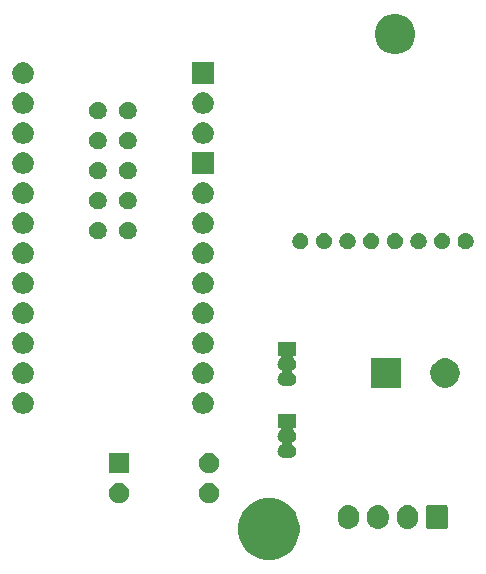
<source format=gbs>
G04 #@! TF.GenerationSoftware,KiCad,Pcbnew,5.1.5*
G04 #@! TF.CreationDate,2020-01-24T16:15:15+01:00*
G04 #@! TF.ProjectId,HM-LC-Dim1PWM-Linear,484d2d4c-432d-4446-996d-3150574d2d4c,rev?*
G04 #@! TF.SameCoordinates,Original*
G04 #@! TF.FileFunction,Soldermask,Bot*
G04 #@! TF.FilePolarity,Negative*
%FSLAX46Y46*%
G04 Gerber Fmt 4.6, Leading zero omitted, Abs format (unit mm)*
G04 Created by KiCad (PCBNEW 5.1.5) date 2020-01-24 16:15:15*
%MOMM*%
%LPD*%
G04 APERTURE LIST*
%ADD10C,0.100000*%
G04 APERTURE END LIST*
D10*
G36*
X156206391Y-132627916D02*
G01*
X156679560Y-132823909D01*
X156679562Y-132823910D01*
X157105403Y-133108448D01*
X157467552Y-133470597D01*
X157694585Y-133810375D01*
X157752091Y-133896440D01*
X157948084Y-134369609D01*
X158048000Y-134871921D01*
X158048000Y-135384079D01*
X157948084Y-135886391D01*
X157752091Y-136359560D01*
X157752090Y-136359562D01*
X157467552Y-136785403D01*
X157105403Y-137147552D01*
X156679562Y-137432090D01*
X156679561Y-137432091D01*
X156679560Y-137432091D01*
X156206391Y-137628084D01*
X155704079Y-137728000D01*
X155191921Y-137728000D01*
X154689609Y-137628084D01*
X154216440Y-137432091D01*
X154216439Y-137432091D01*
X154216438Y-137432090D01*
X153790597Y-137147552D01*
X153428448Y-136785403D01*
X153143910Y-136359562D01*
X153143909Y-136359560D01*
X152947916Y-135886391D01*
X152848000Y-135384079D01*
X152848000Y-134871921D01*
X152947916Y-134369609D01*
X153143909Y-133896440D01*
X153201416Y-133810375D01*
X153428448Y-133470597D01*
X153790597Y-133108448D01*
X154216438Y-132823910D01*
X154216440Y-132823909D01*
X154689609Y-132627916D01*
X155191921Y-132528000D01*
X155704079Y-132528000D01*
X156206391Y-132627916D01*
G37*
G36*
X162348627Y-133099037D02*
G01*
X162518466Y-133150557D01*
X162674991Y-133234222D01*
X162710729Y-133263552D01*
X162812186Y-133346814D01*
X162895448Y-133448271D01*
X162924778Y-133484009D01*
X163008443Y-133640534D01*
X163059963Y-133810374D01*
X163073000Y-133942743D01*
X163073000Y-134281258D01*
X163059963Y-134413627D01*
X163008443Y-134583466D01*
X162924778Y-134739991D01*
X162895448Y-134775729D01*
X162812186Y-134877186D01*
X162674989Y-134989779D01*
X162518467Y-135073442D01*
X162518465Y-135073443D01*
X162348626Y-135124963D01*
X162172000Y-135142359D01*
X161995373Y-135124963D01*
X161825534Y-135073443D01*
X161669009Y-134989778D01*
X161626750Y-134955097D01*
X161531814Y-134877186D01*
X161419221Y-134739989D01*
X161335558Y-134583467D01*
X161335557Y-134583465D01*
X161284037Y-134413626D01*
X161271000Y-134281257D01*
X161271000Y-133942742D01*
X161284037Y-133810373D01*
X161335557Y-133640534D01*
X161419222Y-133484009D01*
X161531815Y-133346815D01*
X161669010Y-133234222D01*
X161825535Y-133150557D01*
X161995374Y-133099037D01*
X162172000Y-133081641D01*
X162348627Y-133099037D01*
G37*
G36*
X164848627Y-133099037D02*
G01*
X165018466Y-133150557D01*
X165174991Y-133234222D01*
X165210729Y-133263552D01*
X165312186Y-133346814D01*
X165395448Y-133448271D01*
X165424778Y-133484009D01*
X165508443Y-133640534D01*
X165559963Y-133810374D01*
X165573000Y-133942743D01*
X165573000Y-134281258D01*
X165559963Y-134413627D01*
X165508443Y-134583466D01*
X165424778Y-134739991D01*
X165395448Y-134775729D01*
X165312186Y-134877186D01*
X165174989Y-134989779D01*
X165018467Y-135073442D01*
X165018465Y-135073443D01*
X164848626Y-135124963D01*
X164672000Y-135142359D01*
X164495373Y-135124963D01*
X164325534Y-135073443D01*
X164169009Y-134989778D01*
X164126750Y-134955097D01*
X164031814Y-134877186D01*
X163919221Y-134739989D01*
X163835558Y-134583467D01*
X163835557Y-134583465D01*
X163784037Y-134413626D01*
X163771000Y-134281257D01*
X163771000Y-133942742D01*
X163784037Y-133810373D01*
X163835557Y-133640534D01*
X163919222Y-133484009D01*
X164031815Y-133346815D01*
X164169010Y-133234222D01*
X164325535Y-133150557D01*
X164495374Y-133099037D01*
X164672000Y-133081641D01*
X164848627Y-133099037D01*
G37*
G36*
X167348627Y-133099037D02*
G01*
X167518466Y-133150557D01*
X167674991Y-133234222D01*
X167710729Y-133263552D01*
X167812186Y-133346814D01*
X167895448Y-133448271D01*
X167924778Y-133484009D01*
X168008443Y-133640534D01*
X168059963Y-133810374D01*
X168073000Y-133942743D01*
X168073000Y-134281258D01*
X168059963Y-134413627D01*
X168008443Y-134583466D01*
X167924778Y-134739991D01*
X167895448Y-134775729D01*
X167812186Y-134877186D01*
X167674989Y-134989779D01*
X167518467Y-135073442D01*
X167518465Y-135073443D01*
X167348626Y-135124963D01*
X167172000Y-135142359D01*
X166995373Y-135124963D01*
X166825534Y-135073443D01*
X166669009Y-134989778D01*
X166626750Y-134955097D01*
X166531814Y-134877186D01*
X166419221Y-134739989D01*
X166335558Y-134583467D01*
X166335557Y-134583465D01*
X166284037Y-134413626D01*
X166271000Y-134281257D01*
X166271000Y-133942742D01*
X166284037Y-133810373D01*
X166335557Y-133640534D01*
X166419222Y-133484009D01*
X166531815Y-133346815D01*
X166669010Y-133234222D01*
X166825535Y-133150557D01*
X166995374Y-133099037D01*
X167172000Y-133081641D01*
X167348627Y-133099037D01*
G37*
G36*
X170430600Y-133089989D02*
G01*
X170463652Y-133100015D01*
X170494103Y-133116292D01*
X170520799Y-133138201D01*
X170542708Y-133164897D01*
X170558985Y-133195348D01*
X170569011Y-133228400D01*
X170573000Y-133268903D01*
X170573000Y-134955097D01*
X170569011Y-134995600D01*
X170558985Y-135028652D01*
X170542708Y-135059103D01*
X170520799Y-135085799D01*
X170494103Y-135107708D01*
X170463652Y-135123985D01*
X170430600Y-135134011D01*
X170390097Y-135138000D01*
X168953903Y-135138000D01*
X168913400Y-135134011D01*
X168880348Y-135123985D01*
X168849897Y-135107708D01*
X168823201Y-135085799D01*
X168801292Y-135059103D01*
X168785015Y-135028652D01*
X168774989Y-134995600D01*
X168771000Y-134955097D01*
X168771000Y-133268903D01*
X168774989Y-133228400D01*
X168785015Y-133195348D01*
X168801292Y-133164897D01*
X168823201Y-133138201D01*
X168849897Y-133116292D01*
X168880348Y-133100015D01*
X168913400Y-133089989D01*
X168953903Y-133086000D01*
X170390097Y-133086000D01*
X170430600Y-133089989D01*
G37*
G36*
X142996228Y-131261703D02*
G01*
X143151100Y-131325853D01*
X143290481Y-131418985D01*
X143409015Y-131537519D01*
X143502147Y-131676900D01*
X143566297Y-131831772D01*
X143599000Y-131996184D01*
X143599000Y-132163816D01*
X143566297Y-132328228D01*
X143502147Y-132483100D01*
X143409015Y-132622481D01*
X143290481Y-132741015D01*
X143151100Y-132834147D01*
X142996228Y-132898297D01*
X142831816Y-132931000D01*
X142664184Y-132931000D01*
X142499772Y-132898297D01*
X142344900Y-132834147D01*
X142205519Y-132741015D01*
X142086985Y-132622481D01*
X141993853Y-132483100D01*
X141929703Y-132328228D01*
X141897000Y-132163816D01*
X141897000Y-131996184D01*
X141929703Y-131831772D01*
X141993853Y-131676900D01*
X142086985Y-131537519D01*
X142205519Y-131418985D01*
X142344900Y-131325853D01*
X142499772Y-131261703D01*
X142664184Y-131229000D01*
X142831816Y-131229000D01*
X142996228Y-131261703D01*
G37*
G36*
X150616228Y-131261703D02*
G01*
X150771100Y-131325853D01*
X150910481Y-131418985D01*
X151029015Y-131537519D01*
X151122147Y-131676900D01*
X151186297Y-131831772D01*
X151219000Y-131996184D01*
X151219000Y-132163816D01*
X151186297Y-132328228D01*
X151122147Y-132483100D01*
X151029015Y-132622481D01*
X150910481Y-132741015D01*
X150771100Y-132834147D01*
X150616228Y-132898297D01*
X150451816Y-132931000D01*
X150284184Y-132931000D01*
X150119772Y-132898297D01*
X149964900Y-132834147D01*
X149825519Y-132741015D01*
X149706985Y-132622481D01*
X149613853Y-132483100D01*
X149549703Y-132328228D01*
X149517000Y-132163816D01*
X149517000Y-131996184D01*
X149549703Y-131831772D01*
X149613853Y-131676900D01*
X149706985Y-131537519D01*
X149825519Y-131418985D01*
X149964900Y-131325853D01*
X150119772Y-131261703D01*
X150284184Y-131229000D01*
X150451816Y-131229000D01*
X150616228Y-131261703D01*
G37*
G36*
X150616228Y-128721703D02*
G01*
X150771100Y-128785853D01*
X150910481Y-128878985D01*
X151029015Y-128997519D01*
X151122147Y-129136900D01*
X151186297Y-129291772D01*
X151219000Y-129456184D01*
X151219000Y-129623816D01*
X151186297Y-129788228D01*
X151122147Y-129943100D01*
X151029015Y-130082481D01*
X150910481Y-130201015D01*
X150771100Y-130294147D01*
X150616228Y-130358297D01*
X150451816Y-130391000D01*
X150284184Y-130391000D01*
X150119772Y-130358297D01*
X149964900Y-130294147D01*
X149825519Y-130201015D01*
X149706985Y-130082481D01*
X149613853Y-129943100D01*
X149549703Y-129788228D01*
X149517000Y-129623816D01*
X149517000Y-129456184D01*
X149549703Y-129291772D01*
X149613853Y-129136900D01*
X149706985Y-128997519D01*
X149825519Y-128878985D01*
X149964900Y-128785853D01*
X150119772Y-128721703D01*
X150284184Y-128689000D01*
X150451816Y-128689000D01*
X150616228Y-128721703D01*
G37*
G36*
X143599000Y-130391000D02*
G01*
X141897000Y-130391000D01*
X141897000Y-128689000D01*
X143599000Y-128689000D01*
X143599000Y-130391000D01*
G37*
G36*
X157773000Y-126560000D02*
G01*
X157608660Y-126560000D01*
X157584274Y-126562402D01*
X157560825Y-126569515D01*
X157539214Y-126581066D01*
X157520272Y-126596611D01*
X157504727Y-126615553D01*
X157493176Y-126637164D01*
X157486063Y-126660613D01*
X157483661Y-126684999D01*
X157486063Y-126709385D01*
X157493176Y-126732834D01*
X157504727Y-126754445D01*
X157520272Y-126773387D01*
X157529345Y-126781609D01*
X157606264Y-126844736D01*
X157678244Y-126932443D01*
X157712429Y-126996399D01*
X157731728Y-127032505D01*
X157731729Y-127032508D01*
X157764666Y-127141084D01*
X157775787Y-127254000D01*
X157764666Y-127366916D01*
X157731729Y-127475492D01*
X157731728Y-127475495D01*
X157712429Y-127511601D01*
X157678244Y-127575557D01*
X157606264Y-127663264D01*
X157518557Y-127735244D01*
X157437141Y-127778761D01*
X157416766Y-127792375D01*
X157399439Y-127809702D01*
X157385826Y-127830076D01*
X157376448Y-127852715D01*
X157371668Y-127876748D01*
X157371668Y-127901252D01*
X157376448Y-127925285D01*
X157385826Y-127947924D01*
X157399440Y-127968299D01*
X157416767Y-127985626D01*
X157437141Y-127999239D01*
X157518557Y-128042756D01*
X157606264Y-128114736D01*
X157678244Y-128202443D01*
X157712429Y-128266399D01*
X157731728Y-128302505D01*
X157731729Y-128302508D01*
X157764666Y-128411084D01*
X157775787Y-128524000D01*
X157764666Y-128636916D01*
X157731729Y-128745492D01*
X157731728Y-128745495D01*
X157712429Y-128781601D01*
X157678244Y-128845557D01*
X157606264Y-128933264D01*
X157518557Y-129005244D01*
X157454601Y-129039429D01*
X157418495Y-129058728D01*
X157418492Y-129058729D01*
X157309916Y-129091666D01*
X157225298Y-129100000D01*
X156718702Y-129100000D01*
X156634084Y-129091666D01*
X156525508Y-129058729D01*
X156525505Y-129058728D01*
X156489399Y-129039429D01*
X156425443Y-129005244D01*
X156337736Y-128933264D01*
X156265756Y-128845557D01*
X156231571Y-128781601D01*
X156212272Y-128745495D01*
X156212271Y-128745492D01*
X156179334Y-128636916D01*
X156168213Y-128524000D01*
X156179334Y-128411084D01*
X156212271Y-128302508D01*
X156212272Y-128302505D01*
X156231571Y-128266399D01*
X156265756Y-128202443D01*
X156337736Y-128114736D01*
X156425443Y-128042756D01*
X156506859Y-127999239D01*
X156527234Y-127985625D01*
X156544561Y-127968298D01*
X156558174Y-127947924D01*
X156567552Y-127925285D01*
X156572332Y-127901252D01*
X156572332Y-127876748D01*
X156567552Y-127852715D01*
X156558174Y-127830076D01*
X156544560Y-127809701D01*
X156527233Y-127792374D01*
X156506859Y-127778761D01*
X156425443Y-127735244D01*
X156337736Y-127663264D01*
X156265756Y-127575557D01*
X156231571Y-127511601D01*
X156212272Y-127475495D01*
X156212271Y-127475492D01*
X156179334Y-127366916D01*
X156168213Y-127254000D01*
X156179334Y-127141084D01*
X156212271Y-127032508D01*
X156212272Y-127032505D01*
X156231571Y-126996399D01*
X156265756Y-126932443D01*
X156337736Y-126844736D01*
X156414646Y-126781617D01*
X156431965Y-126764298D01*
X156445579Y-126743923D01*
X156454957Y-126721284D01*
X156459737Y-126697251D01*
X156459737Y-126672747D01*
X156454957Y-126648714D01*
X156445579Y-126626075D01*
X156431966Y-126605701D01*
X156414639Y-126588374D01*
X156394264Y-126574760D01*
X156371625Y-126565382D01*
X156347592Y-126560602D01*
X156335340Y-126560000D01*
X156171000Y-126560000D01*
X156171000Y-125408000D01*
X157773000Y-125408000D01*
X157773000Y-126560000D01*
G37*
G36*
X134886778Y-123580547D02*
G01*
X135053224Y-123649491D01*
X135203022Y-123749583D01*
X135330417Y-123876978D01*
X135430509Y-124026776D01*
X135499453Y-124193222D01*
X135534600Y-124369918D01*
X135534600Y-124550082D01*
X135499453Y-124726778D01*
X135430509Y-124893224D01*
X135330417Y-125043022D01*
X135203022Y-125170417D01*
X135053224Y-125270509D01*
X134886778Y-125339453D01*
X134710082Y-125374600D01*
X134529918Y-125374600D01*
X134353222Y-125339453D01*
X134186776Y-125270509D01*
X134036978Y-125170417D01*
X133909583Y-125043022D01*
X133809491Y-124893224D01*
X133740547Y-124726778D01*
X133705400Y-124550082D01*
X133705400Y-124369918D01*
X133740547Y-124193222D01*
X133809491Y-124026776D01*
X133909583Y-123876978D01*
X134036978Y-123749583D01*
X134186776Y-123649491D01*
X134353222Y-123580547D01*
X134529918Y-123545400D01*
X134710082Y-123545400D01*
X134886778Y-123580547D01*
G37*
G36*
X150126778Y-123580547D02*
G01*
X150293224Y-123649491D01*
X150443022Y-123749583D01*
X150570417Y-123876978D01*
X150670509Y-124026776D01*
X150739453Y-124193222D01*
X150774600Y-124369918D01*
X150774600Y-124550082D01*
X150739453Y-124726778D01*
X150670509Y-124893224D01*
X150570417Y-125043022D01*
X150443022Y-125170417D01*
X150293224Y-125270509D01*
X150126778Y-125339453D01*
X149950082Y-125374600D01*
X149769918Y-125374600D01*
X149593222Y-125339453D01*
X149426776Y-125270509D01*
X149276978Y-125170417D01*
X149149583Y-125043022D01*
X149049491Y-124893224D01*
X148980547Y-124726778D01*
X148945400Y-124550082D01*
X148945400Y-124369918D01*
X148980547Y-124193222D01*
X149049491Y-124026776D01*
X149149583Y-123876978D01*
X149276978Y-123749583D01*
X149426776Y-123649491D01*
X149593222Y-123580547D01*
X149769918Y-123545400D01*
X149950082Y-123545400D01*
X150126778Y-123580547D01*
G37*
G36*
X166605000Y-123171000D02*
G01*
X164103000Y-123171000D01*
X164103000Y-120669000D01*
X166605000Y-120669000D01*
X166605000Y-123171000D01*
G37*
G36*
X170560793Y-120685625D02*
G01*
X170718903Y-120717075D01*
X170946571Y-120811378D01*
X171151466Y-120948285D01*
X171325715Y-121122534D01*
X171424861Y-121270916D01*
X171462623Y-121327431D01*
X171556925Y-121555097D01*
X171605000Y-121796786D01*
X171605000Y-122043214D01*
X171576443Y-122186778D01*
X171556925Y-122284903D01*
X171462622Y-122512571D01*
X171325715Y-122717466D01*
X171151466Y-122891715D01*
X170946571Y-123028622D01*
X170946570Y-123028623D01*
X170946569Y-123028623D01*
X170718903Y-123122925D01*
X170477214Y-123171000D01*
X170230786Y-123171000D01*
X169989097Y-123122925D01*
X169761431Y-123028623D01*
X169761430Y-123028623D01*
X169761429Y-123028622D01*
X169556534Y-122891715D01*
X169382285Y-122717466D01*
X169245378Y-122512571D01*
X169151075Y-122284903D01*
X169131557Y-122186778D01*
X169103000Y-122043214D01*
X169103000Y-121796786D01*
X169151075Y-121555097D01*
X169245377Y-121327431D01*
X169283139Y-121270916D01*
X169382285Y-121122534D01*
X169556534Y-120948285D01*
X169761429Y-120811378D01*
X169989097Y-120717075D01*
X170147207Y-120685625D01*
X170230786Y-120669000D01*
X170477214Y-120669000D01*
X170560793Y-120685625D01*
G37*
G36*
X157773000Y-120464000D02*
G01*
X157608660Y-120464000D01*
X157584274Y-120466402D01*
X157560825Y-120473515D01*
X157539214Y-120485066D01*
X157520272Y-120500611D01*
X157504727Y-120519553D01*
X157493176Y-120541164D01*
X157486063Y-120564613D01*
X157483661Y-120588999D01*
X157486063Y-120613385D01*
X157493176Y-120636834D01*
X157504727Y-120658445D01*
X157520272Y-120677387D01*
X157529345Y-120685609D01*
X157606264Y-120748736D01*
X157678244Y-120836443D01*
X157712429Y-120900399D01*
X157731728Y-120936505D01*
X157731729Y-120936508D01*
X157764666Y-121045084D01*
X157775787Y-121158000D01*
X157764666Y-121270916D01*
X157731729Y-121379492D01*
X157731728Y-121379495D01*
X157712429Y-121415601D01*
X157678244Y-121479557D01*
X157606264Y-121567264D01*
X157518557Y-121639244D01*
X157437141Y-121682761D01*
X157416766Y-121696375D01*
X157399439Y-121713702D01*
X157385826Y-121734076D01*
X157376448Y-121756715D01*
X157371668Y-121780748D01*
X157371668Y-121805252D01*
X157376448Y-121829285D01*
X157385826Y-121851924D01*
X157399440Y-121872299D01*
X157416767Y-121889626D01*
X157437141Y-121903239D01*
X157518557Y-121946756D01*
X157606264Y-122018736D01*
X157678244Y-122106443D01*
X157712429Y-122170399D01*
X157731728Y-122206505D01*
X157731729Y-122206508D01*
X157764666Y-122315084D01*
X157775787Y-122428000D01*
X157764666Y-122540916D01*
X157737515Y-122630417D01*
X157731728Y-122649495D01*
X157712429Y-122685601D01*
X157678244Y-122749557D01*
X157606264Y-122837264D01*
X157518557Y-122909244D01*
X157454601Y-122943429D01*
X157418495Y-122962728D01*
X157418492Y-122962729D01*
X157309916Y-122995666D01*
X157225298Y-123004000D01*
X156718702Y-123004000D01*
X156634084Y-122995666D01*
X156525508Y-122962729D01*
X156525505Y-122962728D01*
X156489399Y-122943429D01*
X156425443Y-122909244D01*
X156337736Y-122837264D01*
X156265756Y-122749557D01*
X156231571Y-122685601D01*
X156212272Y-122649495D01*
X156206485Y-122630417D01*
X156179334Y-122540916D01*
X156168213Y-122428000D01*
X156179334Y-122315084D01*
X156212271Y-122206508D01*
X156212272Y-122206505D01*
X156231571Y-122170399D01*
X156265756Y-122106443D01*
X156337736Y-122018736D01*
X156425443Y-121946756D01*
X156506859Y-121903239D01*
X156527234Y-121889625D01*
X156544561Y-121872298D01*
X156558174Y-121851924D01*
X156567552Y-121829285D01*
X156572332Y-121805252D01*
X156572332Y-121780748D01*
X156567552Y-121756715D01*
X156558174Y-121734076D01*
X156544560Y-121713701D01*
X156527233Y-121696374D01*
X156506859Y-121682761D01*
X156425443Y-121639244D01*
X156337736Y-121567264D01*
X156265756Y-121479557D01*
X156231571Y-121415601D01*
X156212272Y-121379495D01*
X156212271Y-121379492D01*
X156179334Y-121270916D01*
X156168213Y-121158000D01*
X156179334Y-121045084D01*
X156212271Y-120936508D01*
X156212272Y-120936505D01*
X156231571Y-120900399D01*
X156265756Y-120836443D01*
X156337736Y-120748736D01*
X156414646Y-120685617D01*
X156431965Y-120668298D01*
X156445579Y-120647923D01*
X156454957Y-120625284D01*
X156459737Y-120601251D01*
X156459737Y-120576747D01*
X156454957Y-120552714D01*
X156445579Y-120530075D01*
X156431966Y-120509701D01*
X156414639Y-120492374D01*
X156394264Y-120478760D01*
X156371625Y-120469382D01*
X156347592Y-120464602D01*
X156335340Y-120464000D01*
X156171000Y-120464000D01*
X156171000Y-119312000D01*
X157773000Y-119312000D01*
X157773000Y-120464000D01*
G37*
G36*
X134886778Y-121040547D02*
G01*
X135053224Y-121109491D01*
X135203022Y-121209583D01*
X135330417Y-121336978D01*
X135430509Y-121486776D01*
X135499453Y-121653222D01*
X135534600Y-121829918D01*
X135534600Y-122010082D01*
X135499453Y-122186778D01*
X135430509Y-122353224D01*
X135330417Y-122503022D01*
X135203022Y-122630417D01*
X135053224Y-122730509D01*
X134886778Y-122799453D01*
X134710082Y-122834600D01*
X134529918Y-122834600D01*
X134353222Y-122799453D01*
X134186776Y-122730509D01*
X134036978Y-122630417D01*
X133909583Y-122503022D01*
X133809491Y-122353224D01*
X133740547Y-122186778D01*
X133705400Y-122010082D01*
X133705400Y-121829918D01*
X133740547Y-121653222D01*
X133809491Y-121486776D01*
X133909583Y-121336978D01*
X134036978Y-121209583D01*
X134186776Y-121109491D01*
X134353222Y-121040547D01*
X134529918Y-121005400D01*
X134710082Y-121005400D01*
X134886778Y-121040547D01*
G37*
G36*
X150126778Y-121040547D02*
G01*
X150293224Y-121109491D01*
X150443022Y-121209583D01*
X150570417Y-121336978D01*
X150670509Y-121486776D01*
X150739453Y-121653222D01*
X150774600Y-121829918D01*
X150774600Y-122010082D01*
X150739453Y-122186778D01*
X150670509Y-122353224D01*
X150570417Y-122503022D01*
X150443022Y-122630417D01*
X150293224Y-122730509D01*
X150126778Y-122799453D01*
X149950082Y-122834600D01*
X149769918Y-122834600D01*
X149593222Y-122799453D01*
X149426776Y-122730509D01*
X149276978Y-122630417D01*
X149149583Y-122503022D01*
X149049491Y-122353224D01*
X148980547Y-122186778D01*
X148945400Y-122010082D01*
X148945400Y-121829918D01*
X148980547Y-121653222D01*
X149049491Y-121486776D01*
X149149583Y-121336978D01*
X149276978Y-121209583D01*
X149426776Y-121109491D01*
X149593222Y-121040547D01*
X149769918Y-121005400D01*
X149950082Y-121005400D01*
X150126778Y-121040547D01*
G37*
G36*
X150126778Y-118500547D02*
G01*
X150293224Y-118569491D01*
X150443022Y-118669583D01*
X150570417Y-118796978D01*
X150670509Y-118946776D01*
X150739453Y-119113222D01*
X150774600Y-119289918D01*
X150774600Y-119470082D01*
X150739453Y-119646778D01*
X150670509Y-119813224D01*
X150570417Y-119963022D01*
X150443022Y-120090417D01*
X150293224Y-120190509D01*
X150126778Y-120259453D01*
X149950082Y-120294600D01*
X149769918Y-120294600D01*
X149593222Y-120259453D01*
X149426776Y-120190509D01*
X149276978Y-120090417D01*
X149149583Y-119963022D01*
X149049491Y-119813224D01*
X148980547Y-119646778D01*
X148945400Y-119470082D01*
X148945400Y-119289918D01*
X148980547Y-119113222D01*
X149049491Y-118946776D01*
X149149583Y-118796978D01*
X149276978Y-118669583D01*
X149426776Y-118569491D01*
X149593222Y-118500547D01*
X149769918Y-118465400D01*
X149950082Y-118465400D01*
X150126778Y-118500547D01*
G37*
G36*
X134886778Y-118500547D02*
G01*
X135053224Y-118569491D01*
X135203022Y-118669583D01*
X135330417Y-118796978D01*
X135430509Y-118946776D01*
X135499453Y-119113222D01*
X135534600Y-119289918D01*
X135534600Y-119470082D01*
X135499453Y-119646778D01*
X135430509Y-119813224D01*
X135330417Y-119963022D01*
X135203022Y-120090417D01*
X135053224Y-120190509D01*
X134886778Y-120259453D01*
X134710082Y-120294600D01*
X134529918Y-120294600D01*
X134353222Y-120259453D01*
X134186776Y-120190509D01*
X134036978Y-120090417D01*
X133909583Y-119963022D01*
X133809491Y-119813224D01*
X133740547Y-119646778D01*
X133705400Y-119470082D01*
X133705400Y-119289918D01*
X133740547Y-119113222D01*
X133809491Y-118946776D01*
X133909583Y-118796978D01*
X134036978Y-118669583D01*
X134186776Y-118569491D01*
X134353222Y-118500547D01*
X134529918Y-118465400D01*
X134710082Y-118465400D01*
X134886778Y-118500547D01*
G37*
G36*
X134886778Y-115960547D02*
G01*
X135053224Y-116029491D01*
X135203022Y-116129583D01*
X135330417Y-116256978D01*
X135430509Y-116406776D01*
X135499453Y-116573222D01*
X135534600Y-116749918D01*
X135534600Y-116930082D01*
X135499453Y-117106778D01*
X135430509Y-117273224D01*
X135330417Y-117423022D01*
X135203022Y-117550417D01*
X135053224Y-117650509D01*
X134886778Y-117719453D01*
X134710082Y-117754600D01*
X134529918Y-117754600D01*
X134353222Y-117719453D01*
X134186776Y-117650509D01*
X134036978Y-117550417D01*
X133909583Y-117423022D01*
X133809491Y-117273224D01*
X133740547Y-117106778D01*
X133705400Y-116930082D01*
X133705400Y-116749918D01*
X133740547Y-116573222D01*
X133809491Y-116406776D01*
X133909583Y-116256978D01*
X134036978Y-116129583D01*
X134186776Y-116029491D01*
X134353222Y-115960547D01*
X134529918Y-115925400D01*
X134710082Y-115925400D01*
X134886778Y-115960547D01*
G37*
G36*
X150126778Y-115960547D02*
G01*
X150293224Y-116029491D01*
X150443022Y-116129583D01*
X150570417Y-116256978D01*
X150670509Y-116406776D01*
X150739453Y-116573222D01*
X150774600Y-116749918D01*
X150774600Y-116930082D01*
X150739453Y-117106778D01*
X150670509Y-117273224D01*
X150570417Y-117423022D01*
X150443022Y-117550417D01*
X150293224Y-117650509D01*
X150126778Y-117719453D01*
X149950082Y-117754600D01*
X149769918Y-117754600D01*
X149593222Y-117719453D01*
X149426776Y-117650509D01*
X149276978Y-117550417D01*
X149149583Y-117423022D01*
X149049491Y-117273224D01*
X148980547Y-117106778D01*
X148945400Y-116930082D01*
X148945400Y-116749918D01*
X148980547Y-116573222D01*
X149049491Y-116406776D01*
X149149583Y-116256978D01*
X149276978Y-116129583D01*
X149426776Y-116029491D01*
X149593222Y-115960547D01*
X149769918Y-115925400D01*
X149950082Y-115925400D01*
X150126778Y-115960547D01*
G37*
G36*
X150126778Y-113420547D02*
G01*
X150293224Y-113489491D01*
X150443022Y-113589583D01*
X150570417Y-113716978D01*
X150670509Y-113866776D01*
X150739453Y-114033222D01*
X150774600Y-114209918D01*
X150774600Y-114390082D01*
X150739453Y-114566778D01*
X150670509Y-114733224D01*
X150570417Y-114883022D01*
X150443022Y-115010417D01*
X150293224Y-115110509D01*
X150126778Y-115179453D01*
X149950082Y-115214600D01*
X149769918Y-115214600D01*
X149593222Y-115179453D01*
X149426776Y-115110509D01*
X149276978Y-115010417D01*
X149149583Y-114883022D01*
X149049491Y-114733224D01*
X148980547Y-114566778D01*
X148945400Y-114390082D01*
X148945400Y-114209918D01*
X148980547Y-114033222D01*
X149049491Y-113866776D01*
X149149583Y-113716978D01*
X149276978Y-113589583D01*
X149426776Y-113489491D01*
X149593222Y-113420547D01*
X149769918Y-113385400D01*
X149950082Y-113385400D01*
X150126778Y-113420547D01*
G37*
G36*
X134886778Y-113420547D02*
G01*
X135053224Y-113489491D01*
X135203022Y-113589583D01*
X135330417Y-113716978D01*
X135430509Y-113866776D01*
X135499453Y-114033222D01*
X135534600Y-114209918D01*
X135534600Y-114390082D01*
X135499453Y-114566778D01*
X135430509Y-114733224D01*
X135330417Y-114883022D01*
X135203022Y-115010417D01*
X135053224Y-115110509D01*
X134886778Y-115179453D01*
X134710082Y-115214600D01*
X134529918Y-115214600D01*
X134353222Y-115179453D01*
X134186776Y-115110509D01*
X134036978Y-115010417D01*
X133909583Y-114883022D01*
X133809491Y-114733224D01*
X133740547Y-114566778D01*
X133705400Y-114390082D01*
X133705400Y-114209918D01*
X133740547Y-114033222D01*
X133809491Y-113866776D01*
X133909583Y-113716978D01*
X134036978Y-113589583D01*
X134186776Y-113489491D01*
X134353222Y-113420547D01*
X134529918Y-113385400D01*
X134710082Y-113385400D01*
X134886778Y-113420547D01*
G37*
G36*
X150126778Y-110880547D02*
G01*
X150293224Y-110949491D01*
X150443022Y-111049583D01*
X150570417Y-111176978D01*
X150670509Y-111326776D01*
X150739453Y-111493222D01*
X150774600Y-111669918D01*
X150774600Y-111850082D01*
X150739453Y-112026778D01*
X150670509Y-112193224D01*
X150570417Y-112343022D01*
X150443022Y-112470417D01*
X150293224Y-112570509D01*
X150126778Y-112639453D01*
X149950082Y-112674600D01*
X149769918Y-112674600D01*
X149593222Y-112639453D01*
X149426776Y-112570509D01*
X149276978Y-112470417D01*
X149149583Y-112343022D01*
X149049491Y-112193224D01*
X148980547Y-112026778D01*
X148945400Y-111850082D01*
X148945400Y-111669918D01*
X148980547Y-111493222D01*
X149049491Y-111326776D01*
X149149583Y-111176978D01*
X149276978Y-111049583D01*
X149426776Y-110949491D01*
X149593222Y-110880547D01*
X149769918Y-110845400D01*
X149950082Y-110845400D01*
X150126778Y-110880547D01*
G37*
G36*
X134886778Y-110880547D02*
G01*
X135053224Y-110949491D01*
X135203022Y-111049583D01*
X135330417Y-111176978D01*
X135430509Y-111326776D01*
X135499453Y-111493222D01*
X135534600Y-111669918D01*
X135534600Y-111850082D01*
X135499453Y-112026778D01*
X135430509Y-112193224D01*
X135330417Y-112343022D01*
X135203022Y-112470417D01*
X135053224Y-112570509D01*
X134886778Y-112639453D01*
X134710082Y-112674600D01*
X134529918Y-112674600D01*
X134353222Y-112639453D01*
X134186776Y-112570509D01*
X134036978Y-112470417D01*
X133909583Y-112343022D01*
X133809491Y-112193224D01*
X133740547Y-112026778D01*
X133705400Y-111850082D01*
X133705400Y-111669918D01*
X133740547Y-111493222D01*
X133809491Y-111326776D01*
X133909583Y-111176978D01*
X134036978Y-111049583D01*
X134186776Y-110949491D01*
X134353222Y-110880547D01*
X134529918Y-110845400D01*
X134710082Y-110845400D01*
X134886778Y-110880547D01*
G37*
G36*
X158300098Y-110084362D02*
G01*
X158421382Y-110134600D01*
X158424943Y-110136075D01*
X158537299Y-110211149D01*
X158632851Y-110306701D01*
X158650915Y-110333735D01*
X158707926Y-110419059D01*
X158759638Y-110543902D01*
X158786000Y-110676434D01*
X158786000Y-110811566D01*
X158759638Y-110944098D01*
X158715944Y-111049583D01*
X158707925Y-111068943D01*
X158632851Y-111181299D01*
X158537299Y-111276851D01*
X158424943Y-111351925D01*
X158424942Y-111351926D01*
X158424941Y-111351926D01*
X158300098Y-111403638D01*
X158167566Y-111430000D01*
X158032434Y-111430000D01*
X157899902Y-111403638D01*
X157775059Y-111351926D01*
X157775058Y-111351926D01*
X157775057Y-111351925D01*
X157662701Y-111276851D01*
X157567149Y-111181299D01*
X157492075Y-111068943D01*
X157484056Y-111049583D01*
X157440362Y-110944098D01*
X157414000Y-110811566D01*
X157414000Y-110676434D01*
X157440362Y-110543902D01*
X157492074Y-110419059D01*
X157549086Y-110333735D01*
X157567149Y-110306701D01*
X157662701Y-110211149D01*
X157775057Y-110136075D01*
X157778618Y-110134600D01*
X157899902Y-110084362D01*
X158032434Y-110058000D01*
X158167566Y-110058000D01*
X158300098Y-110084362D01*
G37*
G36*
X160300098Y-110084362D02*
G01*
X160421382Y-110134600D01*
X160424943Y-110136075D01*
X160537299Y-110211149D01*
X160632851Y-110306701D01*
X160650915Y-110333735D01*
X160707926Y-110419059D01*
X160759638Y-110543902D01*
X160786000Y-110676434D01*
X160786000Y-110811566D01*
X160759638Y-110944098D01*
X160715944Y-111049583D01*
X160707925Y-111068943D01*
X160632851Y-111181299D01*
X160537299Y-111276851D01*
X160424943Y-111351925D01*
X160424942Y-111351926D01*
X160424941Y-111351926D01*
X160300098Y-111403638D01*
X160167566Y-111430000D01*
X160032434Y-111430000D01*
X159899902Y-111403638D01*
X159775059Y-111351926D01*
X159775058Y-111351926D01*
X159775057Y-111351925D01*
X159662701Y-111276851D01*
X159567149Y-111181299D01*
X159492075Y-111068943D01*
X159484056Y-111049583D01*
X159440362Y-110944098D01*
X159414000Y-110811566D01*
X159414000Y-110676434D01*
X159440362Y-110543902D01*
X159492074Y-110419059D01*
X159549086Y-110333735D01*
X159567149Y-110306701D01*
X159662701Y-110211149D01*
X159775057Y-110136075D01*
X159778618Y-110134600D01*
X159899902Y-110084362D01*
X160032434Y-110058000D01*
X160167566Y-110058000D01*
X160300098Y-110084362D01*
G37*
G36*
X162300098Y-110084362D02*
G01*
X162421382Y-110134600D01*
X162424943Y-110136075D01*
X162537299Y-110211149D01*
X162632851Y-110306701D01*
X162650915Y-110333735D01*
X162707926Y-110419059D01*
X162759638Y-110543902D01*
X162786000Y-110676434D01*
X162786000Y-110811566D01*
X162759638Y-110944098D01*
X162715944Y-111049583D01*
X162707925Y-111068943D01*
X162632851Y-111181299D01*
X162537299Y-111276851D01*
X162424943Y-111351925D01*
X162424942Y-111351926D01*
X162424941Y-111351926D01*
X162300098Y-111403638D01*
X162167566Y-111430000D01*
X162032434Y-111430000D01*
X161899902Y-111403638D01*
X161775059Y-111351926D01*
X161775058Y-111351926D01*
X161775057Y-111351925D01*
X161662701Y-111276851D01*
X161567149Y-111181299D01*
X161492075Y-111068943D01*
X161484056Y-111049583D01*
X161440362Y-110944098D01*
X161414000Y-110811566D01*
X161414000Y-110676434D01*
X161440362Y-110543902D01*
X161492074Y-110419059D01*
X161549086Y-110333735D01*
X161567149Y-110306701D01*
X161662701Y-110211149D01*
X161775057Y-110136075D01*
X161778618Y-110134600D01*
X161899902Y-110084362D01*
X162032434Y-110058000D01*
X162167566Y-110058000D01*
X162300098Y-110084362D01*
G37*
G36*
X168300098Y-110084362D02*
G01*
X168421382Y-110134600D01*
X168424943Y-110136075D01*
X168537299Y-110211149D01*
X168632851Y-110306701D01*
X168650915Y-110333735D01*
X168707926Y-110419059D01*
X168759638Y-110543902D01*
X168786000Y-110676434D01*
X168786000Y-110811566D01*
X168759638Y-110944098D01*
X168715944Y-111049583D01*
X168707925Y-111068943D01*
X168632851Y-111181299D01*
X168537299Y-111276851D01*
X168424943Y-111351925D01*
X168424942Y-111351926D01*
X168424941Y-111351926D01*
X168300098Y-111403638D01*
X168167566Y-111430000D01*
X168032434Y-111430000D01*
X167899902Y-111403638D01*
X167775059Y-111351926D01*
X167775058Y-111351926D01*
X167775057Y-111351925D01*
X167662701Y-111276851D01*
X167567149Y-111181299D01*
X167492075Y-111068943D01*
X167484056Y-111049583D01*
X167440362Y-110944098D01*
X167414000Y-110811566D01*
X167414000Y-110676434D01*
X167440362Y-110543902D01*
X167492074Y-110419059D01*
X167549086Y-110333735D01*
X167567149Y-110306701D01*
X167662701Y-110211149D01*
X167775057Y-110136075D01*
X167778618Y-110134600D01*
X167899902Y-110084362D01*
X168032434Y-110058000D01*
X168167566Y-110058000D01*
X168300098Y-110084362D01*
G37*
G36*
X170300098Y-110084362D02*
G01*
X170421382Y-110134600D01*
X170424943Y-110136075D01*
X170537299Y-110211149D01*
X170632851Y-110306701D01*
X170650915Y-110333735D01*
X170707926Y-110419059D01*
X170759638Y-110543902D01*
X170786000Y-110676434D01*
X170786000Y-110811566D01*
X170759638Y-110944098D01*
X170715944Y-111049583D01*
X170707925Y-111068943D01*
X170632851Y-111181299D01*
X170537299Y-111276851D01*
X170424943Y-111351925D01*
X170424942Y-111351926D01*
X170424941Y-111351926D01*
X170300098Y-111403638D01*
X170167566Y-111430000D01*
X170032434Y-111430000D01*
X169899902Y-111403638D01*
X169775059Y-111351926D01*
X169775058Y-111351926D01*
X169775057Y-111351925D01*
X169662701Y-111276851D01*
X169567149Y-111181299D01*
X169492075Y-111068943D01*
X169484056Y-111049583D01*
X169440362Y-110944098D01*
X169414000Y-110811566D01*
X169414000Y-110676434D01*
X169440362Y-110543902D01*
X169492074Y-110419059D01*
X169549086Y-110333735D01*
X169567149Y-110306701D01*
X169662701Y-110211149D01*
X169775057Y-110136075D01*
X169778618Y-110134600D01*
X169899902Y-110084362D01*
X170032434Y-110058000D01*
X170167566Y-110058000D01*
X170300098Y-110084362D01*
G37*
G36*
X172300098Y-110084362D02*
G01*
X172421382Y-110134600D01*
X172424943Y-110136075D01*
X172537299Y-110211149D01*
X172632851Y-110306701D01*
X172650915Y-110333735D01*
X172707926Y-110419059D01*
X172759638Y-110543902D01*
X172786000Y-110676434D01*
X172786000Y-110811566D01*
X172759638Y-110944098D01*
X172715944Y-111049583D01*
X172707925Y-111068943D01*
X172632851Y-111181299D01*
X172537299Y-111276851D01*
X172424943Y-111351925D01*
X172424942Y-111351926D01*
X172424941Y-111351926D01*
X172300098Y-111403638D01*
X172167566Y-111430000D01*
X172032434Y-111430000D01*
X171899902Y-111403638D01*
X171775059Y-111351926D01*
X171775058Y-111351926D01*
X171775057Y-111351925D01*
X171662701Y-111276851D01*
X171567149Y-111181299D01*
X171492075Y-111068943D01*
X171484056Y-111049583D01*
X171440362Y-110944098D01*
X171414000Y-110811566D01*
X171414000Y-110676434D01*
X171440362Y-110543902D01*
X171492074Y-110419059D01*
X171549086Y-110333735D01*
X171567149Y-110306701D01*
X171662701Y-110211149D01*
X171775057Y-110136075D01*
X171778618Y-110134600D01*
X171899902Y-110084362D01*
X172032434Y-110058000D01*
X172167566Y-110058000D01*
X172300098Y-110084362D01*
G37*
G36*
X166300098Y-110084362D02*
G01*
X166421382Y-110134600D01*
X166424943Y-110136075D01*
X166537299Y-110211149D01*
X166632851Y-110306701D01*
X166650915Y-110333735D01*
X166707926Y-110419059D01*
X166759638Y-110543902D01*
X166786000Y-110676434D01*
X166786000Y-110811566D01*
X166759638Y-110944098D01*
X166715944Y-111049583D01*
X166707925Y-111068943D01*
X166632851Y-111181299D01*
X166537299Y-111276851D01*
X166424943Y-111351925D01*
X166424942Y-111351926D01*
X166424941Y-111351926D01*
X166300098Y-111403638D01*
X166167566Y-111430000D01*
X166032434Y-111430000D01*
X165899902Y-111403638D01*
X165775059Y-111351926D01*
X165775058Y-111351926D01*
X165775057Y-111351925D01*
X165662701Y-111276851D01*
X165567149Y-111181299D01*
X165492075Y-111068943D01*
X165484056Y-111049583D01*
X165440362Y-110944098D01*
X165414000Y-110811566D01*
X165414000Y-110676434D01*
X165440362Y-110543902D01*
X165492074Y-110419059D01*
X165549086Y-110333735D01*
X165567149Y-110306701D01*
X165662701Y-110211149D01*
X165775057Y-110136075D01*
X165778618Y-110134600D01*
X165899902Y-110084362D01*
X166032434Y-110058000D01*
X166167566Y-110058000D01*
X166300098Y-110084362D01*
G37*
G36*
X164300098Y-110084362D02*
G01*
X164421382Y-110134600D01*
X164424943Y-110136075D01*
X164537299Y-110211149D01*
X164632851Y-110306701D01*
X164650915Y-110333735D01*
X164707926Y-110419059D01*
X164759638Y-110543902D01*
X164786000Y-110676434D01*
X164786000Y-110811566D01*
X164759638Y-110944098D01*
X164715944Y-111049583D01*
X164707925Y-111068943D01*
X164632851Y-111181299D01*
X164537299Y-111276851D01*
X164424943Y-111351925D01*
X164424942Y-111351926D01*
X164424941Y-111351926D01*
X164300098Y-111403638D01*
X164167566Y-111430000D01*
X164032434Y-111430000D01*
X163899902Y-111403638D01*
X163775059Y-111351926D01*
X163775058Y-111351926D01*
X163775057Y-111351925D01*
X163662701Y-111276851D01*
X163567149Y-111181299D01*
X163492075Y-111068943D01*
X163484056Y-111049583D01*
X163440362Y-110944098D01*
X163414000Y-110811566D01*
X163414000Y-110676434D01*
X163440362Y-110543902D01*
X163492074Y-110419059D01*
X163549086Y-110333735D01*
X163567149Y-110306701D01*
X163662701Y-110211149D01*
X163775057Y-110136075D01*
X163778618Y-110134600D01*
X163899902Y-110084362D01*
X164032434Y-110058000D01*
X164167566Y-110058000D01*
X164300098Y-110084362D01*
G37*
G36*
X143714268Y-109129918D02*
G01*
X143729059Y-109132860D01*
X143865732Y-109189472D01*
X143988735Y-109271660D01*
X144093340Y-109376265D01*
X144093341Y-109376267D01*
X144175529Y-109499270D01*
X144232140Y-109635941D01*
X144261000Y-109781032D01*
X144261000Y-109928968D01*
X144232140Y-110074059D01*
X144206453Y-110136074D01*
X144175528Y-110210732D01*
X144093340Y-110333735D01*
X143988735Y-110438340D01*
X143865732Y-110520528D01*
X143865731Y-110520529D01*
X143865730Y-110520529D01*
X143729059Y-110577140D01*
X143583968Y-110606000D01*
X143436032Y-110606000D01*
X143290941Y-110577140D01*
X143154270Y-110520529D01*
X143154269Y-110520529D01*
X143154268Y-110520528D01*
X143031265Y-110438340D01*
X142926660Y-110333735D01*
X142844472Y-110210732D01*
X142813548Y-110136074D01*
X142787860Y-110074059D01*
X142759000Y-109928968D01*
X142759000Y-109781032D01*
X142787860Y-109635941D01*
X142844471Y-109499270D01*
X142926659Y-109376267D01*
X142926660Y-109376265D01*
X143031265Y-109271660D01*
X143154268Y-109189472D01*
X143290941Y-109132860D01*
X143305732Y-109129918D01*
X143436032Y-109104000D01*
X143583968Y-109104000D01*
X143714268Y-109129918D01*
G37*
G36*
X141174268Y-109129918D02*
G01*
X141189059Y-109132860D01*
X141325732Y-109189472D01*
X141448735Y-109271660D01*
X141553340Y-109376265D01*
X141553341Y-109376267D01*
X141635529Y-109499270D01*
X141692140Y-109635941D01*
X141721000Y-109781032D01*
X141721000Y-109928968D01*
X141692140Y-110074059D01*
X141666453Y-110136074D01*
X141635528Y-110210732D01*
X141553340Y-110333735D01*
X141448735Y-110438340D01*
X141325732Y-110520528D01*
X141325731Y-110520529D01*
X141325730Y-110520529D01*
X141189059Y-110577140D01*
X141043968Y-110606000D01*
X140896032Y-110606000D01*
X140750941Y-110577140D01*
X140614270Y-110520529D01*
X140614269Y-110520529D01*
X140614268Y-110520528D01*
X140491265Y-110438340D01*
X140386660Y-110333735D01*
X140304472Y-110210732D01*
X140273548Y-110136074D01*
X140247860Y-110074059D01*
X140219000Y-109928968D01*
X140219000Y-109781032D01*
X140247860Y-109635941D01*
X140304471Y-109499270D01*
X140386659Y-109376267D01*
X140386660Y-109376265D01*
X140491265Y-109271660D01*
X140614268Y-109189472D01*
X140750941Y-109132860D01*
X140765732Y-109129918D01*
X140896032Y-109104000D01*
X141043968Y-109104000D01*
X141174268Y-109129918D01*
G37*
G36*
X150126778Y-108340547D02*
G01*
X150293224Y-108409491D01*
X150443022Y-108509583D01*
X150570417Y-108636978D01*
X150670509Y-108786776D01*
X150739453Y-108953222D01*
X150774600Y-109129918D01*
X150774600Y-109310082D01*
X150739453Y-109486778D01*
X150670509Y-109653224D01*
X150570417Y-109803022D01*
X150443022Y-109930417D01*
X150293224Y-110030509D01*
X150126778Y-110099453D01*
X149950082Y-110134600D01*
X149769918Y-110134600D01*
X149593222Y-110099453D01*
X149426776Y-110030509D01*
X149276978Y-109930417D01*
X149149583Y-109803022D01*
X149049491Y-109653224D01*
X148980547Y-109486778D01*
X148945400Y-109310082D01*
X148945400Y-109129918D01*
X148980547Y-108953222D01*
X149049491Y-108786776D01*
X149149583Y-108636978D01*
X149276978Y-108509583D01*
X149426776Y-108409491D01*
X149593222Y-108340547D01*
X149769918Y-108305400D01*
X149950082Y-108305400D01*
X150126778Y-108340547D01*
G37*
G36*
X134886778Y-108340547D02*
G01*
X135053224Y-108409491D01*
X135203022Y-108509583D01*
X135330417Y-108636978D01*
X135430509Y-108786776D01*
X135499453Y-108953222D01*
X135534600Y-109129918D01*
X135534600Y-109310082D01*
X135499453Y-109486778D01*
X135430509Y-109653224D01*
X135330417Y-109803022D01*
X135203022Y-109930417D01*
X135053224Y-110030509D01*
X134886778Y-110099453D01*
X134710082Y-110134600D01*
X134529918Y-110134600D01*
X134353222Y-110099453D01*
X134186776Y-110030509D01*
X134036978Y-109930417D01*
X133909583Y-109803022D01*
X133809491Y-109653224D01*
X133740547Y-109486778D01*
X133705400Y-109310082D01*
X133705400Y-109129918D01*
X133740547Y-108953222D01*
X133809491Y-108786776D01*
X133909583Y-108636978D01*
X134036978Y-108509583D01*
X134186776Y-108409491D01*
X134353222Y-108340547D01*
X134529918Y-108305400D01*
X134710082Y-108305400D01*
X134886778Y-108340547D01*
G37*
G36*
X141174268Y-106589918D02*
G01*
X141189059Y-106592860D01*
X141325732Y-106649472D01*
X141448735Y-106731660D01*
X141553340Y-106836265D01*
X141553341Y-106836267D01*
X141635529Y-106959270D01*
X141692140Y-107095941D01*
X141721000Y-107241032D01*
X141721000Y-107388968D01*
X141692140Y-107534059D01*
X141635528Y-107670732D01*
X141553340Y-107793735D01*
X141448735Y-107898340D01*
X141325732Y-107980528D01*
X141325731Y-107980529D01*
X141325730Y-107980529D01*
X141189059Y-108037140D01*
X141043968Y-108066000D01*
X140896032Y-108066000D01*
X140750941Y-108037140D01*
X140614270Y-107980529D01*
X140614269Y-107980529D01*
X140614268Y-107980528D01*
X140491265Y-107898340D01*
X140386660Y-107793735D01*
X140304472Y-107670732D01*
X140247860Y-107534059D01*
X140219000Y-107388968D01*
X140219000Y-107241032D01*
X140247860Y-107095941D01*
X140304471Y-106959270D01*
X140386659Y-106836267D01*
X140386660Y-106836265D01*
X140491265Y-106731660D01*
X140614268Y-106649472D01*
X140750941Y-106592860D01*
X140765732Y-106589918D01*
X140896032Y-106564000D01*
X141043968Y-106564000D01*
X141174268Y-106589918D01*
G37*
G36*
X143714268Y-106589918D02*
G01*
X143729059Y-106592860D01*
X143865732Y-106649472D01*
X143988735Y-106731660D01*
X144093340Y-106836265D01*
X144093341Y-106836267D01*
X144175529Y-106959270D01*
X144232140Y-107095941D01*
X144261000Y-107241032D01*
X144261000Y-107388968D01*
X144232140Y-107534059D01*
X144175528Y-107670732D01*
X144093340Y-107793735D01*
X143988735Y-107898340D01*
X143865732Y-107980528D01*
X143865731Y-107980529D01*
X143865730Y-107980529D01*
X143729059Y-108037140D01*
X143583968Y-108066000D01*
X143436032Y-108066000D01*
X143290941Y-108037140D01*
X143154270Y-107980529D01*
X143154269Y-107980529D01*
X143154268Y-107980528D01*
X143031265Y-107898340D01*
X142926660Y-107793735D01*
X142844472Y-107670732D01*
X142787860Y-107534059D01*
X142759000Y-107388968D01*
X142759000Y-107241032D01*
X142787860Y-107095941D01*
X142844471Y-106959270D01*
X142926659Y-106836267D01*
X142926660Y-106836265D01*
X143031265Y-106731660D01*
X143154268Y-106649472D01*
X143290941Y-106592860D01*
X143305732Y-106589918D01*
X143436032Y-106564000D01*
X143583968Y-106564000D01*
X143714268Y-106589918D01*
G37*
G36*
X150126778Y-105800547D02*
G01*
X150293224Y-105869491D01*
X150443022Y-105969583D01*
X150570417Y-106096978D01*
X150670509Y-106246776D01*
X150739453Y-106413222D01*
X150774600Y-106589918D01*
X150774600Y-106770082D01*
X150739453Y-106946778D01*
X150670509Y-107113224D01*
X150570417Y-107263022D01*
X150443022Y-107390417D01*
X150293224Y-107490509D01*
X150126778Y-107559453D01*
X149950082Y-107594600D01*
X149769918Y-107594600D01*
X149593222Y-107559453D01*
X149426776Y-107490509D01*
X149276978Y-107390417D01*
X149149583Y-107263022D01*
X149049491Y-107113224D01*
X148980547Y-106946778D01*
X148945400Y-106770082D01*
X148945400Y-106589918D01*
X148980547Y-106413222D01*
X149049491Y-106246776D01*
X149149583Y-106096978D01*
X149276978Y-105969583D01*
X149426776Y-105869491D01*
X149593222Y-105800547D01*
X149769918Y-105765400D01*
X149950082Y-105765400D01*
X150126778Y-105800547D01*
G37*
G36*
X134886778Y-105800547D02*
G01*
X135053224Y-105869491D01*
X135203022Y-105969583D01*
X135330417Y-106096978D01*
X135430509Y-106246776D01*
X135499453Y-106413222D01*
X135534600Y-106589918D01*
X135534600Y-106770082D01*
X135499453Y-106946778D01*
X135430509Y-107113224D01*
X135330417Y-107263022D01*
X135203022Y-107390417D01*
X135053224Y-107490509D01*
X134886778Y-107559453D01*
X134710082Y-107594600D01*
X134529918Y-107594600D01*
X134353222Y-107559453D01*
X134186776Y-107490509D01*
X134036978Y-107390417D01*
X133909583Y-107263022D01*
X133809491Y-107113224D01*
X133740547Y-106946778D01*
X133705400Y-106770082D01*
X133705400Y-106589918D01*
X133740547Y-106413222D01*
X133809491Y-106246776D01*
X133909583Y-106096978D01*
X134036978Y-105969583D01*
X134186776Y-105869491D01*
X134353222Y-105800547D01*
X134529918Y-105765400D01*
X134710082Y-105765400D01*
X134886778Y-105800547D01*
G37*
G36*
X141174268Y-104049918D02*
G01*
X141189059Y-104052860D01*
X141325732Y-104109472D01*
X141448735Y-104191660D01*
X141553340Y-104296265D01*
X141553341Y-104296267D01*
X141635529Y-104419270D01*
X141692140Y-104555941D01*
X141721000Y-104701032D01*
X141721000Y-104848968D01*
X141692140Y-104994059D01*
X141635528Y-105130732D01*
X141553340Y-105253735D01*
X141448735Y-105358340D01*
X141325732Y-105440528D01*
X141325731Y-105440529D01*
X141325730Y-105440529D01*
X141189059Y-105497140D01*
X141043968Y-105526000D01*
X140896032Y-105526000D01*
X140750941Y-105497140D01*
X140614270Y-105440529D01*
X140614269Y-105440529D01*
X140614268Y-105440528D01*
X140491265Y-105358340D01*
X140386660Y-105253735D01*
X140304472Y-105130732D01*
X140247860Y-104994059D01*
X140219000Y-104848968D01*
X140219000Y-104701032D01*
X140247860Y-104555941D01*
X140304471Y-104419270D01*
X140386659Y-104296267D01*
X140386660Y-104296265D01*
X140491265Y-104191660D01*
X140614268Y-104109472D01*
X140750941Y-104052860D01*
X140765732Y-104049918D01*
X140896032Y-104024000D01*
X141043968Y-104024000D01*
X141174268Y-104049918D01*
G37*
G36*
X143714268Y-104049918D02*
G01*
X143729059Y-104052860D01*
X143865732Y-104109472D01*
X143988735Y-104191660D01*
X144093340Y-104296265D01*
X144093341Y-104296267D01*
X144175529Y-104419270D01*
X144232140Y-104555941D01*
X144261000Y-104701032D01*
X144261000Y-104848968D01*
X144232140Y-104994059D01*
X144175528Y-105130732D01*
X144093340Y-105253735D01*
X143988735Y-105358340D01*
X143865732Y-105440528D01*
X143865731Y-105440529D01*
X143865730Y-105440529D01*
X143729059Y-105497140D01*
X143583968Y-105526000D01*
X143436032Y-105526000D01*
X143290941Y-105497140D01*
X143154270Y-105440529D01*
X143154269Y-105440529D01*
X143154268Y-105440528D01*
X143031265Y-105358340D01*
X142926660Y-105253735D01*
X142844472Y-105130732D01*
X142787860Y-104994059D01*
X142759000Y-104848968D01*
X142759000Y-104701032D01*
X142787860Y-104555941D01*
X142844471Y-104419270D01*
X142926659Y-104296267D01*
X142926660Y-104296265D01*
X143031265Y-104191660D01*
X143154268Y-104109472D01*
X143290941Y-104052860D01*
X143305732Y-104049918D01*
X143436032Y-104024000D01*
X143583968Y-104024000D01*
X143714268Y-104049918D01*
G37*
G36*
X150774600Y-105054600D02*
G01*
X148945400Y-105054600D01*
X148945400Y-103225400D01*
X150774600Y-103225400D01*
X150774600Y-105054600D01*
G37*
G36*
X134886778Y-103260547D02*
G01*
X135053224Y-103329491D01*
X135203022Y-103429583D01*
X135330417Y-103556978D01*
X135430509Y-103706776D01*
X135499453Y-103873222D01*
X135534600Y-104049918D01*
X135534600Y-104230082D01*
X135499453Y-104406778D01*
X135430509Y-104573224D01*
X135330417Y-104723022D01*
X135203022Y-104850417D01*
X135053224Y-104950509D01*
X134886778Y-105019453D01*
X134710082Y-105054600D01*
X134529918Y-105054600D01*
X134353222Y-105019453D01*
X134186776Y-104950509D01*
X134036978Y-104850417D01*
X133909583Y-104723022D01*
X133809491Y-104573224D01*
X133740547Y-104406778D01*
X133705400Y-104230082D01*
X133705400Y-104049918D01*
X133740547Y-103873222D01*
X133809491Y-103706776D01*
X133909583Y-103556978D01*
X134036978Y-103429583D01*
X134186776Y-103329491D01*
X134353222Y-103260547D01*
X134529918Y-103225400D01*
X134710082Y-103225400D01*
X134886778Y-103260547D01*
G37*
G36*
X143714268Y-101509918D02*
G01*
X143729059Y-101512860D01*
X143865732Y-101569472D01*
X143988735Y-101651660D01*
X144093340Y-101756265D01*
X144093341Y-101756267D01*
X144175529Y-101879270D01*
X144232140Y-102015941D01*
X144261000Y-102161032D01*
X144261000Y-102308968D01*
X144232140Y-102454059D01*
X144175528Y-102590732D01*
X144093340Y-102713735D01*
X143988735Y-102818340D01*
X143865732Y-102900528D01*
X143865731Y-102900529D01*
X143865730Y-102900529D01*
X143729059Y-102957140D01*
X143583968Y-102986000D01*
X143436032Y-102986000D01*
X143290941Y-102957140D01*
X143154270Y-102900529D01*
X143154269Y-102900529D01*
X143154268Y-102900528D01*
X143031265Y-102818340D01*
X142926660Y-102713735D01*
X142844472Y-102590732D01*
X142787860Y-102454059D01*
X142759000Y-102308968D01*
X142759000Y-102161032D01*
X142787860Y-102015941D01*
X142844471Y-101879270D01*
X142926659Y-101756267D01*
X142926660Y-101756265D01*
X143031265Y-101651660D01*
X143154268Y-101569472D01*
X143290941Y-101512860D01*
X143305732Y-101509918D01*
X143436032Y-101484000D01*
X143583968Y-101484000D01*
X143714268Y-101509918D01*
G37*
G36*
X141174268Y-101509918D02*
G01*
X141189059Y-101512860D01*
X141325732Y-101569472D01*
X141448735Y-101651660D01*
X141553340Y-101756265D01*
X141553341Y-101756267D01*
X141635529Y-101879270D01*
X141692140Y-102015941D01*
X141721000Y-102161032D01*
X141721000Y-102308968D01*
X141692140Y-102454059D01*
X141635528Y-102590732D01*
X141553340Y-102713735D01*
X141448735Y-102818340D01*
X141325732Y-102900528D01*
X141325731Y-102900529D01*
X141325730Y-102900529D01*
X141189059Y-102957140D01*
X141043968Y-102986000D01*
X140896032Y-102986000D01*
X140750941Y-102957140D01*
X140614270Y-102900529D01*
X140614269Y-102900529D01*
X140614268Y-102900528D01*
X140491265Y-102818340D01*
X140386660Y-102713735D01*
X140304472Y-102590732D01*
X140247860Y-102454059D01*
X140219000Y-102308968D01*
X140219000Y-102161032D01*
X140247860Y-102015941D01*
X140304471Y-101879270D01*
X140386659Y-101756267D01*
X140386660Y-101756265D01*
X140491265Y-101651660D01*
X140614268Y-101569472D01*
X140750941Y-101512860D01*
X140765732Y-101509918D01*
X140896032Y-101484000D01*
X141043968Y-101484000D01*
X141174268Y-101509918D01*
G37*
G36*
X150126778Y-100720547D02*
G01*
X150293224Y-100789491D01*
X150443022Y-100889583D01*
X150570417Y-101016978D01*
X150670509Y-101166776D01*
X150739453Y-101333222D01*
X150774600Y-101509918D01*
X150774600Y-101690082D01*
X150739453Y-101866778D01*
X150670509Y-102033224D01*
X150570417Y-102183022D01*
X150443022Y-102310417D01*
X150293224Y-102410509D01*
X150126778Y-102479453D01*
X149950082Y-102514600D01*
X149769918Y-102514600D01*
X149593222Y-102479453D01*
X149426776Y-102410509D01*
X149276978Y-102310417D01*
X149149583Y-102183022D01*
X149049491Y-102033224D01*
X148980547Y-101866778D01*
X148945400Y-101690082D01*
X148945400Y-101509918D01*
X148980547Y-101333222D01*
X149049491Y-101166776D01*
X149149583Y-101016978D01*
X149276978Y-100889583D01*
X149426776Y-100789491D01*
X149593222Y-100720547D01*
X149769918Y-100685400D01*
X149950082Y-100685400D01*
X150126778Y-100720547D01*
G37*
G36*
X134886778Y-100720547D02*
G01*
X135053224Y-100789491D01*
X135203022Y-100889583D01*
X135330417Y-101016978D01*
X135430509Y-101166776D01*
X135499453Y-101333222D01*
X135534600Y-101509918D01*
X135534600Y-101690082D01*
X135499453Y-101866778D01*
X135430509Y-102033224D01*
X135330417Y-102183022D01*
X135203022Y-102310417D01*
X135053224Y-102410509D01*
X134886778Y-102479453D01*
X134710082Y-102514600D01*
X134529918Y-102514600D01*
X134353222Y-102479453D01*
X134186776Y-102410509D01*
X134036978Y-102310417D01*
X133909583Y-102183022D01*
X133809491Y-102033224D01*
X133740547Y-101866778D01*
X133705400Y-101690082D01*
X133705400Y-101509918D01*
X133740547Y-101333222D01*
X133809491Y-101166776D01*
X133909583Y-101016978D01*
X134036978Y-100889583D01*
X134186776Y-100789491D01*
X134353222Y-100720547D01*
X134529918Y-100685400D01*
X134710082Y-100685400D01*
X134886778Y-100720547D01*
G37*
G36*
X141174268Y-98969918D02*
G01*
X141189059Y-98972860D01*
X141325732Y-99029472D01*
X141448735Y-99111660D01*
X141553340Y-99216265D01*
X141553341Y-99216267D01*
X141635529Y-99339270D01*
X141692140Y-99475941D01*
X141721000Y-99621032D01*
X141721000Y-99768968D01*
X141692140Y-99914059D01*
X141635528Y-100050732D01*
X141553340Y-100173735D01*
X141448735Y-100278340D01*
X141325732Y-100360528D01*
X141325731Y-100360529D01*
X141325730Y-100360529D01*
X141189059Y-100417140D01*
X141043968Y-100446000D01*
X140896032Y-100446000D01*
X140750941Y-100417140D01*
X140614270Y-100360529D01*
X140614269Y-100360529D01*
X140614268Y-100360528D01*
X140491265Y-100278340D01*
X140386660Y-100173735D01*
X140304472Y-100050732D01*
X140247860Y-99914059D01*
X140219000Y-99768968D01*
X140219000Y-99621032D01*
X140247860Y-99475941D01*
X140304471Y-99339270D01*
X140386659Y-99216267D01*
X140386660Y-99216265D01*
X140491265Y-99111660D01*
X140614268Y-99029472D01*
X140750941Y-98972860D01*
X140765732Y-98969918D01*
X140896032Y-98944000D01*
X141043968Y-98944000D01*
X141174268Y-98969918D01*
G37*
G36*
X143714268Y-98969918D02*
G01*
X143729059Y-98972860D01*
X143865732Y-99029472D01*
X143988735Y-99111660D01*
X144093340Y-99216265D01*
X144093341Y-99216267D01*
X144175529Y-99339270D01*
X144232140Y-99475941D01*
X144261000Y-99621032D01*
X144261000Y-99768968D01*
X144232140Y-99914059D01*
X144175528Y-100050732D01*
X144093340Y-100173735D01*
X143988735Y-100278340D01*
X143865732Y-100360528D01*
X143865731Y-100360529D01*
X143865730Y-100360529D01*
X143729059Y-100417140D01*
X143583968Y-100446000D01*
X143436032Y-100446000D01*
X143290941Y-100417140D01*
X143154270Y-100360529D01*
X143154269Y-100360529D01*
X143154268Y-100360528D01*
X143031265Y-100278340D01*
X142926660Y-100173735D01*
X142844472Y-100050732D01*
X142787860Y-99914059D01*
X142759000Y-99768968D01*
X142759000Y-99621032D01*
X142787860Y-99475941D01*
X142844471Y-99339270D01*
X142926659Y-99216267D01*
X142926660Y-99216265D01*
X143031265Y-99111660D01*
X143154268Y-99029472D01*
X143290941Y-98972860D01*
X143305732Y-98969918D01*
X143436032Y-98944000D01*
X143583968Y-98944000D01*
X143714268Y-98969918D01*
G37*
G36*
X134886778Y-98180547D02*
G01*
X135053224Y-98249491D01*
X135203022Y-98349583D01*
X135330417Y-98476978D01*
X135430509Y-98626776D01*
X135499453Y-98793222D01*
X135534600Y-98969918D01*
X135534600Y-99150082D01*
X135499453Y-99326778D01*
X135430509Y-99493224D01*
X135330417Y-99643022D01*
X135203022Y-99770417D01*
X135053224Y-99870509D01*
X134886778Y-99939453D01*
X134710082Y-99974600D01*
X134529918Y-99974600D01*
X134353222Y-99939453D01*
X134186776Y-99870509D01*
X134036978Y-99770417D01*
X133909583Y-99643022D01*
X133809491Y-99493224D01*
X133740547Y-99326778D01*
X133705400Y-99150082D01*
X133705400Y-98969918D01*
X133740547Y-98793222D01*
X133809491Y-98626776D01*
X133909583Y-98476978D01*
X134036978Y-98349583D01*
X134186776Y-98249491D01*
X134353222Y-98180547D01*
X134529918Y-98145400D01*
X134710082Y-98145400D01*
X134886778Y-98180547D01*
G37*
G36*
X150126778Y-98180547D02*
G01*
X150293224Y-98249491D01*
X150443022Y-98349583D01*
X150570417Y-98476978D01*
X150670509Y-98626776D01*
X150739453Y-98793222D01*
X150774600Y-98969918D01*
X150774600Y-99150082D01*
X150739453Y-99326778D01*
X150670509Y-99493224D01*
X150570417Y-99643022D01*
X150443022Y-99770417D01*
X150293224Y-99870509D01*
X150126778Y-99939453D01*
X149950082Y-99974600D01*
X149769918Y-99974600D01*
X149593222Y-99939453D01*
X149426776Y-99870509D01*
X149276978Y-99770417D01*
X149149583Y-99643022D01*
X149049491Y-99493224D01*
X148980547Y-99326778D01*
X148945400Y-99150082D01*
X148945400Y-98969918D01*
X148980547Y-98793222D01*
X149049491Y-98626776D01*
X149149583Y-98476978D01*
X149276978Y-98349583D01*
X149426776Y-98249491D01*
X149593222Y-98180547D01*
X149769918Y-98145400D01*
X149950082Y-98145400D01*
X150126778Y-98180547D01*
G37*
G36*
X134886778Y-95640547D02*
G01*
X135053224Y-95709491D01*
X135203022Y-95809583D01*
X135330417Y-95936978D01*
X135430509Y-96086776D01*
X135499453Y-96253222D01*
X135534600Y-96429918D01*
X135534600Y-96610082D01*
X135499453Y-96786778D01*
X135430509Y-96953224D01*
X135330417Y-97103022D01*
X135203022Y-97230417D01*
X135053224Y-97330509D01*
X134886778Y-97399453D01*
X134710082Y-97434600D01*
X134529918Y-97434600D01*
X134353222Y-97399453D01*
X134186776Y-97330509D01*
X134036978Y-97230417D01*
X133909583Y-97103022D01*
X133809491Y-96953224D01*
X133740547Y-96786778D01*
X133705400Y-96610082D01*
X133705400Y-96429918D01*
X133740547Y-96253222D01*
X133809491Y-96086776D01*
X133909583Y-95936978D01*
X134036978Y-95809583D01*
X134186776Y-95709491D01*
X134353222Y-95640547D01*
X134529918Y-95605400D01*
X134710082Y-95605400D01*
X134886778Y-95640547D01*
G37*
G36*
X150774600Y-97434600D02*
G01*
X148945400Y-97434600D01*
X148945400Y-95605400D01*
X150774600Y-95605400D01*
X150774600Y-97434600D01*
G37*
G36*
X166612162Y-91582368D02*
G01*
X166921724Y-91710593D01*
X166921725Y-91710594D01*
X167200324Y-91896747D01*
X167437253Y-92133676D01*
X167561637Y-92319830D01*
X167623407Y-92412276D01*
X167751632Y-92721838D01*
X167817000Y-93050465D01*
X167817000Y-93385535D01*
X167751632Y-93714162D01*
X167623407Y-94023724D01*
X167623406Y-94023725D01*
X167437253Y-94302324D01*
X167200324Y-94539253D01*
X167014170Y-94663637D01*
X166921724Y-94725407D01*
X166612162Y-94853632D01*
X166283535Y-94919000D01*
X165948465Y-94919000D01*
X165619838Y-94853632D01*
X165310276Y-94725407D01*
X165217830Y-94663637D01*
X165031676Y-94539253D01*
X164794747Y-94302324D01*
X164608594Y-94023725D01*
X164608593Y-94023724D01*
X164480368Y-93714162D01*
X164415000Y-93385535D01*
X164415000Y-93050465D01*
X164480368Y-92721838D01*
X164608593Y-92412276D01*
X164670363Y-92319830D01*
X164794747Y-92133676D01*
X165031676Y-91896747D01*
X165310275Y-91710594D01*
X165310276Y-91710593D01*
X165619838Y-91582368D01*
X165948465Y-91517000D01*
X166283535Y-91517000D01*
X166612162Y-91582368D01*
G37*
M02*

</source>
